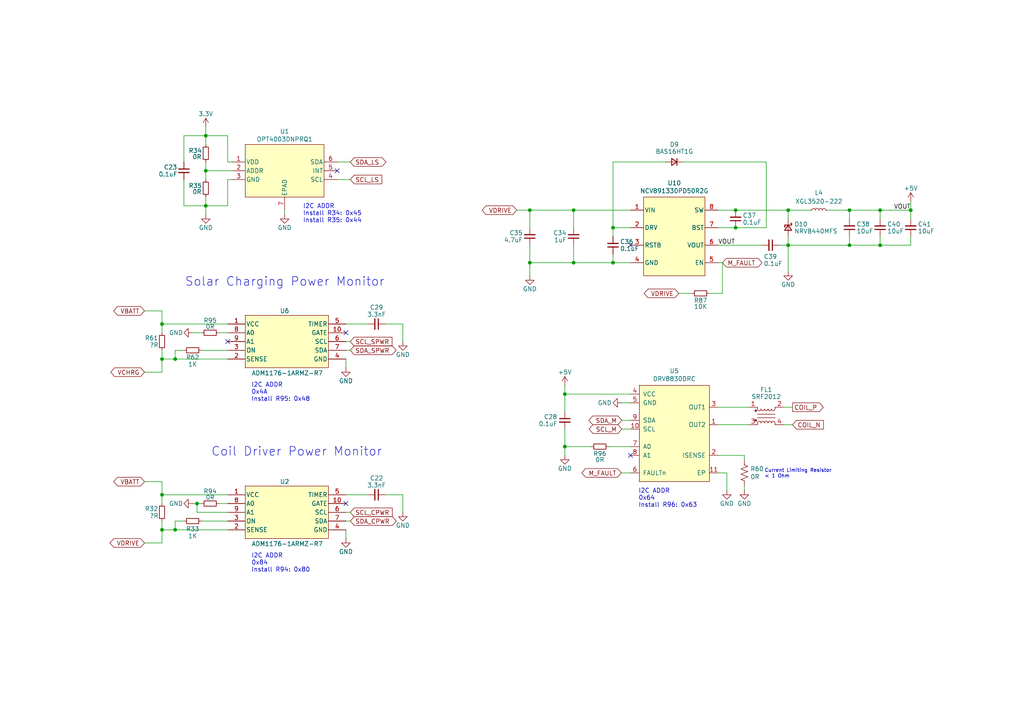
<source format=kicad_sch>
(kicad_sch (version 20231120) (generator "eeschema") (generator_version "8.0")
  (paper "A4")
  (lib_symbols
    (symbol "Device:C_Small" (pin_numbers hide) (pin_names (offset 0.254) hide)
      (property "Reference" "C" (at 0.254 1.778 0))
      (property "Value" "C_Small" (at 0.254 -2.032 0))
      (symbol "C_Small_0_1"
        (polyline (pts (xy -1.524 -0.508) (xy 1.524 -0.508)) (stroke (width 0.3302)))
        (polyline (pts (xy -1.524 0.508) (xy 1.524 0.508)) (stroke (width 0.3048)))
      )
      (symbol "C_Small_1_1"
        (pin passive line (at 0 2.54 270) (length 2.032) (name "~") (number "1"))
        (pin passive line (at 0 -2.54 90) (length 2.032) (name "~") (number "2"))
      )
    )
    (symbol "Device:D_Schottky_Small" (pin_numbers hide) (pin_names (offset 0.254) hide)
      (property "Reference" "D" (at -1.27 2.032 0))
      (property "Value" "D_Schottky_Small" (at -7.112 -2.032 0))
      (symbol "D_Schottky_Small_0_1"
        (polyline (pts (xy -0.762 0) (xy 0.762 0)))
        (polyline (pts (xy 0.762 -1.016) (xy -0.762 0) (xy 0.762 1.016) (xy 0.762 -1.016)) (stroke (width 0.254)))
        (polyline (pts (xy -1.27 0.762) (xy -1.27 1.016) (xy -0.762 1.016) (xy -0.762 -1.016) (xy -0.254 -1.016) (xy -0.254 -0.762)) (stroke (width 0.254)))
      )
      (symbol "D_Schottky_Small_1_1"
        (pin passive line (at -2.54 0 0) (length 1.778) (name "K") (number "1"))
        (pin passive line (at 2.54 0 180) (length 1.778) (name "A") (number "2"))
      )
    )
    (symbol "Device:D_Small" (pin_numbers hide) (pin_names (offset 0.254) hide)
      (property "Reference" "D" (at -1.27 2.032 0))
      (property "Value" "D_Small" (at -3.81 -2.032 0))
      (symbol "D_Small_0_1"
        (polyline (pts (xy -0.762 -1.016) (xy -0.762 1.016)) (stroke (width 0.254)))
        (polyline (pts (xy -0.762 0) (xy 0.762 0)))
        (polyline (pts (xy 0.762 -1.016) (xy -0.762 0) (xy 0.762 1.016) (xy 0.762 -1.016)) (stroke (width 0.254)))
      )
      (symbol "D_Small_1_1"
        (pin passive line (at -2.54 0 0) (length 1.778) (name "K") (number "1"))
        (pin passive line (at 2.54 0 180) (length 1.778) (name "A") (number "2"))
      )
    )
    (symbol "Device:Filter_EMI_CommonMode" (pin_names (offset 0.254) hide)
      (property "Reference" "FL" (at 0 4.445 0))
      (property "Value" "Filter_EMI_CommonMode" (at 0 -4.445 0))
      (symbol "Filter_EMI_CommonMode_0_1"
        (circle (center -3.048 -1.27) (radius 0.254) (fill (type outline)))
        (circle (center -3.048 1.524) (radius 0.254) (fill (type outline)))
        (arc (start -2.54 2.032) (mid -2.032 1.5262) (end -1.524 2.032))
        (arc (start -1.524 -2.032) (mid -2.032 -1.5262) (end -2.54 -2.032))
        (arc (start -1.524 2.032) (mid -1.016 1.5262) (end -0.508 2.032))
        (arc (start -0.508 -2.032) (mid -1.016 -1.5262) (end -1.524 -2.032))
        (arc (start -0.508 2.032) (mid 0 1.5262) (end 0.508 2.032))
        (polyline (pts (xy -2.54 -2.032) (xy -2.54 -2.54)))
        (polyline (pts (xy -2.54 0.508) (xy 2.54 0.508)))
        (polyline (pts (xy -2.54 2.032) (xy -2.54 2.54)))
        (polyline (pts (xy 2.54 -2.032) (xy 2.54 -2.54)))
        (polyline (pts (xy 2.54 -0.508) (xy -2.54 -0.508)))
        (polyline (pts (xy 2.54 2.54) (xy 2.54 2.032)))
        (arc (start 0.508 -2.032) (mid 0 -1.5262) (end -0.508 -2.032))
        (arc (start 0.508 2.032) (mid 1.016 1.5262) (end 1.524 2.032))
        (arc (start 1.524 -2.032) (mid 1.016 -1.5262) (end 0.508 -2.032))
        (arc (start 1.524 2.032) (mid 2.032 1.5262) (end 2.54 2.032))
        (arc (start 2.54 -2.032) (mid 2.032 -1.5262) (end 1.524 -2.032))
      )
      (symbol "Filter_EMI_CommonMode_1_1"
        (pin passive line (at -5.08 2.54 0) (length 2.54) (name "1") (number "1"))
        (pin passive line (at 5.08 2.54 180) (length 2.54) (name "2") (number "2"))
        (pin passive line (at -5.08 -2.54 0) (length 2.54) (name "3") (number "3"))
        (pin passive line (at 5.08 -2.54 180) (length 2.54) (name "4") (number "4"))
      )
    )
    (symbol "Device:L_Small" (pin_numbers hide) (pin_names (offset 0.254) hide)
      (property "Reference" "L" (at 0.762 1.016 0))
      (property "Value" "L_Small" (at 0.762 -1.016 0))
      (symbol "L_Small_0_1"
        (arc (start 0 -2.032) (mid 0.5058 -1.524) (end 0 -1.016))
        (arc (start 0 -1.016) (mid 0.5058 -0.508) (end 0 0))
        (arc (start 0 0) (mid 0.5058 0.508) (end 0 1.016))
        (arc (start 0 1.016) (mid 0.5058 1.524) (end 0 2.032))
      )
      (symbol "L_Small_1_1"
        (pin passive line (at 0 2.54 270) (length 0.508) (name "~") (number "1"))
        (pin passive line (at 0 -2.54 90) (length 0.508) (name "~") (number "2"))
      )
    )
    (symbol "Device:R_Small" (pin_numbers hide) (pin_names (offset 0.254) hide)
      (property "Reference" "R" (at 0.762 0.508 0))
      (property "Value" "R_Small" (at 0.762 -1.016 0))
      (symbol "R_Small_0_1"
        (rectangle (start -0.762 1.778) (end 0.762 -1.778) (stroke (width 0.2032)))
      )
      (symbol "R_Small_1_1"
        (pin passive line (at 0 2.54 270) (length 0.762) (name "~") (number "1"))
        (pin passive line (at 0 -2.54 90) (length 0.762) (name "~") (number "2"))
      )
    )
    (symbol "Device:R_US" (pin_numbers hide) (pin_names (offset 0))
      (property "Reference" "R" (at 2.54 0 90))
      (property "Value" "R_US" (at -2.54 0 90))
      (symbol "R_US_0_1"
        (polyline (pts (xy 0 -2.286) (xy 0 -2.54)))
        (polyline (pts (xy 0 2.286) (xy 0 2.54)))
        (polyline (pts (xy 0 -0.762) (xy 1.016 -1.143) (xy 0 -1.524) (xy -1.016 -1.905) (xy 0 -2.286)))
        (polyline (pts (xy 0 0.762) (xy 1.016 0.381) (xy 0 0) (xy -1.016 -0.381) (xy 0 -0.762)))
        (polyline (pts (xy 0 2.286) (xy 1.016 1.905) (xy 0 1.524) (xy -1.016 1.143) (xy 0 0.762)))
      )
      (symbol "R_US_1_1"
        (pin passive line (at 0 3.81 270) (length 1.27) (name "~") (number "1"))
        (pin passive line (at 0 -3.81 90) (length 1.27) (name "~") (number "2"))
      )
    )
    (symbol "Mainboard:ADM1176-1ARMZ-R7" (pin_names (offset 0.254))
      (property "Reference" "U9" (at 0 8.89 0))
      (property "Value" "ADM1176-1ARMZ-R7" (at 0.762 -9.144 0))
      (symbol "ADM1176-1ARMZ-R7_1_0"
        (pin unspecified line (at -16.51 5.08 0) (length 5.08) (name "VCC") (number "1"))
        (pin unspecified line (at 17.78 2.54 180) (length 5.08) (name "GATE") (number "10"))
        (pin unspecified line (at -16.51 -5.08 0) (length 5.08) (name "SENSE") (number "2"))
        (pin unspecified line (at -16.51 -2.54 0) (length 5.08) (name "ON") (number "3"))
        (pin unspecified line (at 17.78 -5.08 180) (length 5.08) (name "GND") (number "4"))
        (pin unspecified line (at 17.78 5.08 180) (length 5.08) (name "TIMER") (number "5"))
        (pin unspecified line (at 17.78 0 180) (length 5.08) (name "SCL") (number "6"))
        (pin unspecified line (at 17.78 -2.54 180) (length 5.08) (name "SDA") (number "7"))
        (pin unspecified line (at -16.51 2.54 0) (length 5.08) (name "A0") (number "8"))
        (pin unspecified line (at -16.51 0 0) (length 5.08) (name "A1") (number "9"))
      )
      (symbol "ADM1176-1ARMZ-R7_1_1"
        (rectangle (start -11.43 7.62) (end 12.7 -7.62) (fill (type background)))
      )
    )
    (symbol "SolarPanels:NCV891330PD50R2G" (pin_names (offset 0.254))
      (property "Reference" "U" (at 0 16.256 0))
      (property "Value" "NCV891330PD50R2G" (at 0 13.208 0))
      (symbol "NCV891330PD50R2G_1_1"
        (rectangle (start -8.89 11.43) (end 8.89 -11.43) (fill (type background)))
        (pin input line (at -12.7 7.62 0) (length 3.81) (name "VIN") (number "1"))
        (pin output line (at -12.7 2.54 0) (length 3.81) (name "DRV") (number "2"))
        (pin output line (at -12.7 -2.54 0) (length 3.81) (name "RSTB") (number "3"))
        (pin power_in line (at -12.7 -7.62 0) (length 3.81) (name "GND") (number "4"))
        (pin input line (at 12.7 -7.62 180) (length 3.81) (name "EN") (number "5"))
        (pin output line (at 12.7 -2.54 180) (length 3.81) (name "VOUT") (number "6"))
        (pin input line (at 12.7 2.54 180) (length 3.81) (name "BST") (number "7"))
        (pin output line (at 12.7 7.62 180) (length 3.81) (name "SW") (number "8"))
        (pin power_in line (at -12.7 -7.62 0) (length 3.81) hide (name "GND") (number "9"))
      )
    )
    (symbol "SolarPanels:OPT4003DNPRQ1" (pin_names (offset 0.254))
      (property "Reference" "U" (at 0 11.938 0))
      (property "Value" "OPT4003DNPRQ1" (at 0 9.398 0))
      (symbol "OPT4003DNPRQ1_1_1"
        (rectangle (start -11.43 7.62) (end 11.43 -7.62) (fill (type background)))
        (pin input line (at -15.24 2.54 0) (length 3.81) (name "VDD") (number "1"))
        (pin input line (at -15.24 0 0) (length 3.81) (name "ADDR") (number "2"))
        (pin power_in line (at -15.24 -2.54 0) (length 3.81) (name "GND") (number "3"))
        (pin input line (at 15.24 -2.54 180) (length 3.81) (name "SCL") (number "4"))
        (pin bidirectional line (at 15.24 0 180) (length 3.81) (name "INT") (number "5"))
        (pin bidirectional line (at 15.24 2.54 180) (length 3.81) (name "SDA") (number "6"))
        (pin power_out line (at 0 -11.43 90) (length 3.81) (name "EPAD") (number "7"))
      )
    )
    (symbol "mainboard:DRV8830DRC" (pin_names (offset 1.016))
      (property "Reference" "U" (at -8.89 15.24 0))
      (property "Value" "DRV8830DRC" (at -3.81 -15.24 0))
      (symbol "DRV8830DRC_0_1"
        (rectangle (start -10.16 13.97) (end 10.16 -13.97) (fill (type background)))
      )
      (symbol "DRV8830DRC_1_1"
        (pin passive line (at 12.7 2.54 180) (length 2.54) (name "OUT2") (number "1"))
        (pin passive line (at -12.7 1.27 0) (length 2.54) (name "SCL") (number "10"))
        (pin power_in line (at 12.7 -11.43 180) (length 2.54) (name "EP") (number "11"))
        (pin passive line (at 12.7 -6.35 180) (length 2.54) (name "ISENSE") (number "2"))
        (pin passive line (at 12.7 7.62 180) (length 2.54) (name "OUT1") (number "3"))
        (pin power_in line (at -12.7 11.43 0) (length 2.54) (name "VCC") (number "4"))
        (pin power_in line (at -12.7 8.89 0) (length 2.54) (name "GND") (number "5"))
        (pin open_collector line (at -12.7 -11.43 0) (length 2.54) (name "FAULTn") (number "6"))
        (pin passive line (at -12.7 -3.81 0) (length 2.54) (name "A0") (number "7"))
        (pin passive line (at -12.7 -6.35 0) (length 2.54) (name "A1") (number "8"))
        (pin passive line (at -12.7 3.81 0) (length 2.54) (name "SDA") (number "9"))
      )
    )
    (symbol "power:+3.3V" (power) (pin_numbers hide) (pin_names (offset 0) hide)
      (property "Value" "+3.3V" (at 0 3.556 0))
      (symbol "+3.3V_0_1"
        (polyline (pts (xy -0.762 1.27) (xy 0 2.54)))
        (polyline (pts (xy 0 0) (xy 0 2.54)))
        (polyline (pts (xy 0 2.54) (xy 0.762 1.27)))
      )
      (symbol "+3.3V_1_1"
        (pin power_in line (at 0 0 90) (length 0) (name "~") (number "1"))
      )
    )
    (symbol "power:+5V" (power) (pin_numbers hide) (pin_names (offset 0) hide)
      (property "Value" "+5V" (at 0 3.556 0))
      (symbol "+5V_0_1"
        (polyline (pts (xy -0.762 1.27) (xy 0 2.54)))
        (polyline (pts (xy 0 0) (xy 0 2.54)))
        (polyline (pts (xy 0 2.54) (xy 0.762 1.27)))
      )
      (symbol "+5V_1_1"
        (pin power_in line (at 0 0 90) (length 0) (name "~") (number "1"))
      )
    )
    (symbol "power:GND" (power) (pin_numbers hide) (pin_names (offset 0) hide)
      (property "Value" "GND" (at 0 -3.81 0))
      (symbol "GND_0_1"
        (polyline (pts (xy 0 0) (xy 0 -1.27) (xy 1.27 -1.27) (xy 0 -2.54) (xy -1.27 -1.27) (xy 0 -1.27)))
      )
      (symbol "GND_1_1"
        (pin power_in line (at 0 0 270) (length 0) (name "~") (number "1"))
      )
    )
  )
  (junction (at 228.6 60.96))
  (junction (at 57.15 146.05))
  (junction (at 46.99 143.51))
  (junction (at 46.99 153.67))
  (junction (at 163.83 129.54))
  (junction (at 255.27 71.12))
  (junction (at 255.27 60.96))
  (junction (at 177.8 76.2))
  (junction (at 46.99 93.98))
  (junction (at 50.8 104.14))
  (junction (at 213.36 66.04))
  (junction (at 163.83 114.3))
  (junction (at 246.38 60.96))
  (junction (at 246.38 71.12))
  (junction (at 59.69 39.37))
  (junction (at 177.8 66.04))
  (junction (at 59.69 49.53))
  (junction (at 46.99 104.14))
  (junction (at 153.67 60.96))
  (junction (at 50.8 153.67))
  (junction (at 213.36 60.96))
  (junction (at 166.37 60.96))
  (junction (at 166.37 76.2))
  (junction (at 59.69 59.69))
  (junction (at 153.67 76.2))
  (junction (at 264.16 60.96))
  (junction (at 228.6 71.12))
  (no_connect (at 100.33 96.52))
  (no_connect (at 97.79 49.53))
  (no_connect (at 100.33 146.05))
  (no_connect (at 182.88 132.08))
  (no_connect (at 66.04 99.06))
  (no_connect (at 182.88 71.12))
  (wire (pts (xy 208.28 137.16) (xy 210.82 137.16)))
  (wire (pts (xy 177.8 76.2) (xy 166.37 76.2)))
  (wire (pts (xy 66.04 101.6) (xy 58.42 101.6)))
  (wire (pts (xy 166.37 60.96) (xy 153.67 60.96)))
  (wire (pts (xy 66.04 39.37) (xy 59.69 39.37)))
  (wire (pts (xy 59.69 57.15) (xy 59.69 59.69)))
  (wire (pts (xy 53.34 59.69) (xy 59.69 59.69)))
  (wire (pts (xy 227.33 123.19) (xy 229.87 123.19)))
  (wire (pts (xy 57.15 148.59) (xy 66.04 148.59)))
  (wire (pts (xy 153.67 76.2) (xy 153.67 80.01)))
  (wire (pts (xy 166.37 71.12) (xy 166.37 76.2)))
  (wire (pts (xy 177.8 46.99) (xy 193.04 46.99)))
  (wire (pts (xy 100.33 143.51) (xy 106.68 143.51)))
  (wire (pts (xy 208.28 118.11) (xy 217.17 118.11)))
  (wire (pts (xy 163.83 114.3) (xy 163.83 119.38)))
  (wire (pts (xy 163.83 111.76) (xy 163.83 114.3)))
  (wire (pts (xy 255.27 60.96) (xy 246.38 60.96)))
  (wire (pts (xy 55.88 96.52) (xy 58.42 96.52)))
  (wire (pts (xy 213.36 60.96) (xy 228.6 60.96)))
  (wire (pts (xy 59.69 62.23) (xy 59.69 59.69)))
  (wire (pts (xy 222.25 66.04) (xy 213.36 66.04)))
  (wire (pts (xy 177.8 66.04) (xy 177.8 46.99)))
  (wire (pts (xy 246.38 60.96) (xy 246.38 63.5)))
  (wire (pts (xy 228.6 60.96) (xy 228.6 63.5)))
  (wire (pts (xy 264.16 68.58) (xy 264.16 71.12)))
  (wire (pts (xy 46.99 153.67) (xy 50.8 153.67)))
  (wire (pts (xy 59.69 39.37) (xy 59.69 41.91)))
  (wire (pts (xy 264.16 63.5) (xy 264.16 60.96)))
  (wire (pts (xy 182.88 76.2) (xy 177.8 76.2)))
  (wire (pts (xy 209.55 76.2) (xy 208.28 76.2)))
  (wire (pts (xy 116.84 143.51) (xy 116.84 148.59)))
  (wire (pts (xy 228.6 60.96) (xy 234.95 60.96)))
  (wire (pts (xy 208.28 123.19) (xy 217.17 123.19)))
  (wire (pts (xy 57.15 146.05) (xy 57.15 148.59)))
  (wire (pts (xy 50.8 104.14) (xy 66.04 104.14)))
  (wire (pts (xy 163.83 114.3) (xy 182.88 114.3)))
  (wire (pts (xy 46.99 93.98) (xy 46.99 96.52)))
  (wire (pts (xy 50.8 151.13) (xy 50.8 153.67)))
  (wire (pts (xy 228.6 78.74) (xy 228.6 71.12)))
  (wire (pts (xy 215.9 132.08) (xy 215.9 133.35)))
  (wire (pts (xy 208.28 132.08) (xy 215.9 132.08)))
  (wire (pts (xy 53.34 52.07) (xy 53.34 59.69)))
  (wire (pts (xy 153.67 71.12) (xy 153.67 76.2)))
  (wire (pts (xy 41.91 139.7) (xy 46.99 139.7)))
  (wire (pts (xy 50.8 153.67) (xy 66.04 153.67)))
  (wire (pts (xy 255.27 71.12) (xy 246.38 71.12)))
  (wire (pts (xy 205.74 85.09) (xy 209.55 85.09)))
  (wire (pts (xy 209.55 76.2) (xy 209.55 85.09)))
  (wire (pts (xy 182.88 66.04) (xy 177.8 66.04)))
  (wire (pts (xy 153.67 60.96) (xy 153.67 66.04)))
  (wire (pts (xy 46.99 93.98) (xy 46.99 90.17)))
  (wire (pts (xy 116.84 143.51) (xy 111.76 143.51)))
  (wire (pts (xy 100.33 156.21) (xy 100.33 153.67)))
  (wire (pts (xy 163.83 129.54) (xy 163.83 132.08)))
  (wire (pts (xy 246.38 71.12) (xy 228.6 71.12)))
  (wire (pts (xy 66.04 52.07) (xy 67.31 52.07)))
  (wire (pts (xy 46.99 143.51) (xy 66.04 143.51)))
  (wire (pts (xy 255.27 60.96) (xy 264.16 60.96)))
  (wire (pts (xy 59.69 39.37) (xy 53.34 39.37)))
  (wire (pts (xy 100.33 106.68) (xy 100.33 104.14)))
  (wire (pts (xy 46.99 143.51) (xy 46.99 146.05)))
  (wire (pts (xy 46.99 104.14) (xy 46.99 107.95)))
  (wire (pts (xy 182.88 116.84) (xy 180.34 116.84)))
  (wire (pts (xy 97.79 46.99) (xy 101.6 46.99)))
  (wire (pts (xy 180.213 137.16) (xy 182.88 137.16)))
  (wire (pts (xy 46.99 104.14) (xy 50.8 104.14)))
  (wire (pts (xy 53.34 101.6) (xy 50.8 101.6)))
  (wire (pts (xy 63.5 96.52) (xy 66.04 96.52)))
  (wire (pts (xy 101.6 148.59) (xy 100.33 148.59)))
  (wire (pts (xy 59.69 49.53) (xy 59.69 52.07)))
  (wire (pts (xy 255.27 71.12) (xy 264.16 71.12)))
  (wire (pts (xy 101.6 99.06) (xy 100.33 99.06)))
  (wire (pts (xy 41.91 157.48) (xy 46.99 157.48)))
  (wire (pts (xy 82.55 62.23) (xy 82.55 60.96)))
  (wire (pts (xy 46.99 151.13) (xy 46.99 153.67)))
  (wire (pts (xy 55.88 146.05) (xy 57.15 146.05)))
  (wire (pts (xy 53.34 39.37) (xy 53.34 46.99)))
  (wire (pts (xy 198.12 46.99) (xy 222.25 46.99)))
  (wire (pts (xy 176.53 129.54) (xy 182.88 129.54)))
  (wire (pts (xy 50.8 101.6) (xy 50.8 104.14)))
  (wire (pts (xy 246.38 68.58) (xy 246.38 71.12)))
  (wire (pts (xy 41.91 90.17) (xy 46.99 90.17)))
  (wire (pts (xy 97.79 52.07) (xy 101.6 52.07)))
  (wire (pts (xy 227.33 118.11) (xy 229.87 118.11)))
  (wire (pts (xy 46.99 153.67) (xy 46.99 157.48)))
  (wire (pts (xy 66.04 46.99) (xy 66.04 39.37)))
  (wire (pts (xy 215.9 140.97) (xy 215.9 142.24)))
  (wire (pts (xy 163.83 124.46) (xy 163.83 129.54)))
  (wire (pts (xy 41.91 107.95) (xy 46.99 107.95)))
  (wire (pts (xy 46.99 93.98) (xy 66.04 93.98)))
  (wire (pts (xy 240.03 60.96) (xy 246.38 60.96)))
  (wire (pts (xy 196.85 85.09) (xy 200.66 85.09)))
  (wire (pts (xy 149.86 60.96) (xy 153.67 60.96)))
  (wire (pts (xy 46.99 143.51) (xy 46.99 139.7)))
  (wire (pts (xy 166.37 60.96) (xy 166.37 66.04)))
  (wire (pts (xy 66.04 59.69) (xy 59.69 59.69)))
  (wire (pts (xy 67.31 46.99) (xy 66.04 46.99)))
  (wire (pts (xy 59.69 36.83) (xy 59.69 39.37)))
  (wire (pts (xy 116.84 93.98) (xy 116.84 99.06)))
  (wire (pts (xy 226.06 71.12) (xy 228.6 71.12)))
  (wire (pts (xy 58.42 151.13) (xy 66.04 151.13)))
  (wire (pts (xy 182.88 60.96) (xy 166.37 60.96)))
  (wire (pts (xy 182.88 121.92) (xy 180.34 121.92)))
  (wire (pts (xy 182.88 124.46) (xy 180.34 124.46)))
  (wire (pts (xy 264.16 58.42) (xy 264.16 60.96)))
  (wire (pts (xy 222.25 46.99) (xy 222.25 66.04)))
  (wire (pts (xy 255.27 68.58) (xy 255.27 71.12)))
  (wire (pts (xy 63.5 146.05) (xy 66.04 146.05)))
  (wire (pts (xy 163.83 129.54) (xy 171.45 129.54)))
  (wire (pts (xy 100.33 93.98) (xy 106.68 93.98)))
  (wire (pts (xy 213.36 66.04) (xy 208.28 66.04)))
  (wire (pts (xy 228.6 71.12) (xy 228.6 68.58)))
  (wire (pts (xy 59.69 49.53) (xy 67.31 49.53)))
  (wire (pts (xy 210.82 137.16) (xy 210.82 142.24)))
  (wire (pts (xy 53.34 151.13) (xy 50.8 151.13)))
  (wire (pts (xy 46.99 101.6) (xy 46.99 104.14)))
  (wire (pts (xy 166.37 76.2) (xy 153.67 76.2)))
  (wire (pts (xy 177.8 73.66) (xy 177.8 76.2)))
  (wire (pts (xy 255.27 60.96) (xy 255.27 63.5)))
  (wire (pts (xy 208.28 60.96) (xy 213.36 60.96)))
  (wire (pts (xy 116.84 93.98) (xy 111.76 93.98)))
  (wire (pts (xy 177.8 66.04) (xy 177.8 68.58)))
  (wire (pts (xy 208.28 71.12) (xy 220.98 71.12)))
  (wire (pts (xy 101.6 101.6) (xy 100.33 101.6)))
  (wire (pts (xy 59.69 49.53) (xy 59.69 46.99)))
  (wire (pts (xy 58.42 146.05) (xy 57.15 146.05)))
  (wire (pts (xy 101.6 151.13) (xy 100.33 151.13)))
  (wire (pts (xy 66.04 52.07) (xy 66.04 59.69)))
  (text "Solar Charging Power Monitor" (at 53.594 83.312 0) (effects (font (size 2.54 2.54)) (justify left bottom)))
  (text "I2C ADDR\nInstall R34: 0x45\nInstall R35: 0x44" (at 87.884 64.77 0) (effects (font (size 1.27 1.27)) (justify left bottom)))
  (text "Coil Driver Power Monitor" (at 61.214 132.588 0) (effects (font (size 2.54 2.54)) (justify left bottom)))
  (text "Current Limiting Resistor\n< 1 Ohm" (at 221.742 138.811 0) (effects (font (size 1.016 1.016)) (justify left bottom)))
  (text "I2C ADDR\n0x4A\nInstall R95: 0x48" (at 72.898 116.586 0) (effects (font (size 1.27 1.27)) (justify left bottom)))
  (text "I2C ADDR\n0x84\nInstall R94: 0x80" (at 72.898 166.116 0) (effects (font (size 1.27 1.27)) (justify left bottom)))
  (text "I2C ADDR\n0x64\nInstall R96: 0x63" (at 185.166 147.32 0) (effects (font (size 1.27 1.27)) (justify left bottom)))
  (label "VOUT" (at 208.28 71.12 0))
  (label "VOUT" (at 264.16 60.96 180))
  (global_label "SDA_CPWR" (shape bidirectional) (at 101.6 151.13 0) (property "Intersheetrefs" "${INTERSHEET_REFS}" (effects (hide yes))))
  (global_label "SDA_LS" (shape bidirectional) (at 101.6 46.99 0) (property "Intersheetrefs" "${INTERSHEET_REFS}" (effects (hide yes))))
  (global_label "SCL_M" (shape bidirectional) (at 180.34 124.46 180) (property "Intersheetrefs" "${INTERSHEET_REFS}" (effects (hide yes))))
  (global_label "VBATT" (shape bidirectional) (at 41.91 90.17 180) (property "Intersheetrefs" "${INTERSHEET_REFS}" (effects (hide yes))))
  (global_label "SCL_SPWR" (shape input) (at 101.6 99.06 0) (property "Intersheetrefs" "${INTERSHEET_REFS}" (effects (hide yes))))
  (global_label "M_FAULT" (shape bidirectional) (at 180.213 137.16 180) (property "Intersheetrefs" "${INTERSHEET_REFS}" (effects (hide yes))))
  (global_label "SCL_LS" (shape input) (at 101.6 52.07 0) (property "Intersheetrefs" "${INTERSHEET_REFS}" (effects (hide yes))))
  (global_label "VDRIVE" (shape bidirectional) (at 149.86 60.96 180) (property "Intersheetrefs" "${INTERSHEET_REFS}" (effects (hide yes))))
  (global_label "COIL_N" (shape input) (at 229.87 123.19 0) (property "Intersheetrefs" "${INTERSHEET_REFS}" (effects (hide yes))))
  (global_label "VCHRG" (shape bidirectional) (at 41.91 107.95 180) (property "Intersheetrefs" "${INTERSHEET_REFS}" (effects (hide yes))))
  (global_label "SDA_SPWR" (shape bidirectional) (at 101.6 101.6 0) (property "Intersheetrefs" "${INTERSHEET_REFS}" (effects (hide yes))))
  (global_label "SCL_CPWR" (shape input) (at 101.6 148.59 0) (property "Intersheetrefs" "${INTERSHEET_REFS}" (effects (hide yes))))
  (global_label "VDRIVE" (shape bidirectional) (at 196.85 85.09 180) (property "Intersheetrefs" "${INTERSHEET_REFS}" (effects (hide yes))))
  (global_label "SDA_M" (shape bidirectional) (at 180.34 121.92 180) (property "Intersheetrefs" "${INTERSHEET_REFS}" (effects (hide yes))))
  (global_label "VBATT" (shape bidirectional) (at 41.91 139.7 180) (property "Intersheetrefs" "${INTERSHEET_REFS}" (effects (hide yes))))
  (global_label "VDRIVE" (shape bidirectional) (at 41.91 157.48 180) (property "Intersheetrefs" "${INTERSHEET_REFS}" (effects (hide yes))))
  (global_label "M_FAULT" (shape bidirectional) (at 209.55 76.2 0) (property "Intersheetrefs" "${INTERSHEET_REFS}" (effects (hide yes))))
  (global_label "COIL_P" (shape output) (at 229.87 118.11 0) (property "Intersheetrefs" "${INTERSHEET_REFS}" (effects (hide yes))))
  (symbol (lib_id "Device:Filter_EMI_CommonMode") (at 222.25 120.65 0) (unit 1)
    (property "Reference" "FL1" (at 222.25 113.03 0))
    (property "Value" "SRF2012" (at 222.25 115.062 0))
    (property "Footprint" "SolarPanels:SRF2012" (effects (hide yes)))
  )
  (symbol (lib_id "power:GND") (at 55.88 96.52 270) (unit 1)
    (property "Reference" "#PWR059" (effects (hide yes)))
    (property "Value" "GND" (at 51.054 96.52 90))
    (property "Description" "Power symbol creates a global label with name \"GND\" , ground" (effects (hide yes)))
  )
  (symbol (lib_id "Device:C_Small") (at 264.16 66.04 0) (mirror x) (unit 1)
    (property "Reference" "C41" (at 266.192 65.024 0) (effects (justify left)))
    (property "Value" "10uF" (at 266.192 67.056 0) (effects (justify left)))
    (property "Footprint" "Capacitor_SMD:C_1206_3216Metric" (effects (hide yes)))
    (property "Description" "Unpolarized capacitor, small symbol" (effects (hide yes)))
  )
  (symbol (lib_id "SolarPanels:OPT4003DNPRQ1") (at 82.55 49.53 0) (unit 1)
    (property "Reference" "U1" (at 82.55 38.1 0))
    (property "Value" "OPT4003DNPRQ1" (at 82.55 40.386 0))
    (property "Footprint" "SolarPanels:OPT4003" (effects (hide yes)))
    (property "Datasheet" "OPT4003DNPRQ1" (effects (hide yes)))
  )
  (symbol (lib_id "power:GND") (at 59.69 62.23 0) (unit 1)
    (property "Reference" "#PWR016" (effects (hide yes)))
    (property "Value" "GND" (at 59.69 66.04 0))
    (property "Description" "Power symbol creates a global label with name \"GND\" , ground" (effects (hide yes)))
  )
  (symbol (lib_id "power:GND") (at 153.67 80.01 0) (unit 1)
    (property "Reference" "#PWR051" (effects (hide yes)))
    (property "Value" "GND" (at 153.67 83.82 0))
  )
  (symbol (lib_id "power:+5V") (at 163.83 111.76 0) (unit 1)
    (property "Reference" "#PWR050" (effects (hide yes)))
    (property "Value" "+5V" (at 163.83 107.95 0))
    (property "Description" "Power symbol creates a global label with name \"+5V\"" (effects (hide yes)))
  )
  (symbol (lib_id "power:GND") (at 55.88 146.05 270) (unit 1)
    (property "Reference" "#PWR058" (effects (hide yes)))
    (property "Value" "GND" (at 51.054 146.05 90))
    (property "Description" "Power symbol creates a global label with name \"GND\" , ground" (effects (hide yes)))
  )
  (symbol (lib_id "Device:C_Small") (at 109.22 143.51 270) (unit 1)
    (property "Reference" "C22" (at 109.22 138.684 90))
    (property "Value" "3.3nF" (at 109.22 140.7414 90))
    (property "Footprint" "Capacitor_SMD:C_0603_1608Metric" (effects (hide yes)))
    (property "Description" "3.3nF +-10% 100V X7R 0603" (effects (hide yes)))
  )
  (symbol (lib_id "Device:R_Small") (at 46.99 99.06 0) (mirror x) (unit 1)
    (property "Reference" "R61" (at 43.942 98.044 0))
    (property "Value" "?R" (at 44.704 100.076 0))
    (property "Footprint" "Resistor_SMD:R_2512_6332Metric" (effects (hide yes)))
    (property "Description" "Resistor, small symbol" (effects (hide yes)))
  )
  (symbol (lib_id "Device:R_Small") (at 46.99 148.59 0) (mirror x) (unit 1)
    (property "Reference" "R32" (at 43.942 147.574 0))
    (property "Value" "?R" (at 44.704 149.606 0))
    (property "Footprint" "Resistor_SMD:R_2512_6332Metric" (effects (hide yes)))
    (property "Description" "Resistor, small symbol" (effects (hide yes)))
  )
  (symbol (lib_id "power:GND") (at 116.84 99.06 0) (unit 1)
    (property "Reference" "#PWR034" (effects (hide yes)))
    (property "Value" "GND" (at 116.84 102.87 0))
    (property "Description" "Power symbol creates a global label with name \"GND\" , ground" (effects (hide yes)))
  )
  (symbol (lib_id "power:GND") (at 228.6 78.74 0) (unit 1)
    (property "Reference" "#PWR052" (effects (hide yes)))
    (property "Value" "GND" (at 228.6 82.55 0))
  )
  (symbol (lib_id "power:GND") (at 215.9 142.24 0) (unit 1)
    (property "Reference" "#PWR033" (effects (hide yes)))
    (property "Value" "GND" (at 215.9 146.05 0))
  )
  (symbol (lib_id "mainboard:DRV8830DRC") (at 195.58 125.73 0) (unit 1)
    (property "Reference" "U5" (at 195.58 107.569 0))
    (property "Value" "DRV8830DRC" (at 195.58 109.8804 0))
    (property "Footprint" "Package_SON:VSON-10-1EP_3x3mm_P0.5mm_EP1.65x2.4mm" (effects (hide yes)))
  )
  (symbol (lib_id "Device:C_Small") (at 109.22 93.98 270) (unit 1)
    (property "Reference" "C29" (at 109.22 89.154 90))
    (property "Value" "3.3nF" (at 109.22 91.2114 90))
    (property "Footprint" "Capacitor_SMD:C_0603_1608Metric" (effects (hide yes)))
    (property "Description" "3.3nF +-10% 100V X7R 0603" (effects (hide yes)))
  )
  (symbol (lib_id "power:+5V") (at 264.16 58.42 0) (unit 1)
    (property "Reference" "#PWR053" (effects (hide yes)))
    (property "Value" "+5V" (at 264.16 54.61 0))
    (property "Description" "Power symbol creates a global label with name \"+5V\"" (effects (hide yes)))
  )
  (symbol (lib_id "Device:R_Small") (at 60.96 96.52 90) (mirror x) (unit 1)
    (property "Reference" "R95" (at 60.96 92.964 90))
    (property "Value" "0R" (at 60.96 94.742 90))
    (property "Footprint" "Resistor_SMD:R_0603_1608Metric" (effects (hide yes)))
    (property "Description" "Resistor, small symbol" (effects (hide yes)))
  )
  (symbol (lib_id "Device:C_Small") (at 153.67 68.58 180) (unit 1)
    (property "Reference" "C35" (at 151.638 67.564 0) (effects (justify left)))
    (property "Value" "4.7uF" (at 151.638 69.596 0) (effects (justify left)))
    (property "Footprint" "Capacitor_SMD:C_1210_3225Metric" (effects (hide yes)))
    (property "Description" "Unpolarized capacitor, small symbol" (effects (hide yes)))
  )
  (symbol (lib_id "power:GND") (at 100.33 106.68 0) (unit 1)
    (property "Reference" "#PWR030" (effects (hide yes)))
    (property "Value" "GND" (at 100.33 110.49 0))
    (property "Description" "Power symbol creates a global label with name \"GND\" , ground" (effects (hide yes)))
  )
  (symbol (lib_id "Device:D_Schottky_Small") (at 228.6 66.04 270) (unit 1)
    (property "Reference" "D10" (at 230.378 65.024 90) (effects (justify left)))
    (property "Value" "NRVB440MFS" (at 230.378 67.056 90) (effects (justify left)))
    (property "Footprint" "SolarPanels:NRVB440MFSWFT1G" (effects (hide yes)))
    (property "Description" "Schottky diode, small symbol" (effects (hide yes)))
  )
  (symbol (lib_id "Device:R_Small") (at 55.88 151.13 90) (mirror x) (unit 1)
    (property "Reference" "R33" (at 55.88 153.416 90))
    (property "Value" "1K" (at 55.88 155.448 90))
    (property "Footprint" "Resistor_SMD:R_0603_1608Metric" (effects (hide yes)))
    (property "Description" "Resistor, small symbol" (effects (hide yes)))
  )
  (symbol (lib_id "Device:C_Small") (at 246.38 66.04 0) (mirror x) (unit 1)
    (property "Reference" "C38" (at 248.412 65.024 0) (effects (justify left)))
    (property "Value" "10uF" (at 248.412 67.056 0) (effects (justify left)))
    (property "Footprint" "Capacitor_SMD:C_1206_3216Metric" (effects (hide yes)))
    (property "Description" "Unpolarized capacitor, small symbol" (effects (hide yes)))
  )
  (symbol (lib_id "Device:R_Small") (at 55.88 101.6 90) (mirror x) (unit 1)
    (property "Reference" "R62" (at 55.88 103.632 90))
    (property "Value" "1K" (at 55.88 105.664 90))
    (property "Footprint" "Resistor_SMD:R_0603_1608Metric" (effects (hide yes)))
    (property "Description" "Resistor, small symbol" (effects (hide yes)))
  )
  (symbol (lib_id "Device:C_Small") (at 163.83 121.92 0) (unit 1)
    (property "Reference" "C28" (at 157.734 120.904 0) (effects (justify left)))
    (property "Value" "0.1uF" (at 156.21 122.936 0) (effects (justify left)))
    (property "Footprint" "Capacitor_SMD:C_0805_2012Metric" (effects (hide yes)))
  )
  (symbol (lib_id "Device:L_Small") (at 237.49 60.96 90) (unit 1)
    (property "Reference" "L4" (at 237.49 55.88 90))
    (property "Value" "XGL3520-222" (at 237.49 58.42 90))
    (property "Footprint" "SolarPanels:XGL3520" (effects (hide yes)))
    (property "Description" "Inductor, small symbol" (effects (hide yes)))
  )
  (symbol (lib_id "SolarPanels:NCV891330PD50R2G") (at 195.58 68.58 0) (unit 1)
    (property "Reference" "U10" (at 195.58 53.086 0))
    (property "Value" "NCV891330PD50R2G" (at 195.58 55.372 0))
    (property "Footprint" "Package_SO:SOIC-8-1EP_3.9x4.9mm_P1.27mm_EP2.514x3.2mm" (effects (hide yes)))
  )
  (symbol (lib_id "Mainboard:ADM1176-1ARMZ-R7") (at 82.55 99.06 0) (unit 1)
    (property "Reference" "U6" (at 82.55 90.17 0))
    (property "Value" "ADM1176-1ARMZ-R7" (at 83.312 108.204 0))
    (property "Footprint" "Package_SO:MSOP-10_3x3mm_P0.5mm" (effects (hide yes)))
    (property "Flight" "ADM1176-1ARMZ-R7" (effects (hide yes)))
    (property "Manufacturer_Name" "Analog Devices Inc." (effects (hide yes)))
    (property "Manufacturer_Part_Number" "ADM1176-1ARMZ-R7" (effects (hide yes)))
    (property "Proto" "ADM1176-1ARMZ-R7" (effects (hide yes)))
  )
  (symbol (lib_id "Mainboard:ADM1176-1ARMZ-R7") (at 82.55 148.59 0) (unit 1)
    (property "Reference" "U2" (at 82.55 139.7 0))
    (property "Value" "ADM1176-1ARMZ-R7" (at 83.312 157.734 0))
    (property "Footprint" "Package_SO:MSOP-10_3x3mm_P0.5mm" (effects (hide yes)))
    (property "Flight" "ADM1176-1ARMZ-R7" (effects (hide yes)))
    (property "Manufacturer_Name" "Analog Devices Inc." (effects (hide yes)))
    (property "Manufacturer_Part_Number" "ADM1176-1ARMZ-R7" (effects (hide yes)))
    (property "Proto" "ADM1176-1ARMZ-R7" (effects (hide yes)))
  )
  (symbol (lib_id "Device:C_Small") (at 177.8 71.12 0) (mirror x) (unit 1)
    (property "Reference" "C36" (at 179.832 70.104 0) (effects (justify left)))
    (property "Value" "0.1uF" (at 179.832 72.136 0) (effects (justify left)))
    (property "Footprint" "Capacitor_SMD:C_0603_1608Metric" (effects (hide yes)))
    (property "Description" "Unpolarized capacitor, small symbol" (effects (hide yes)))
  )
  (symbol (lib_id "Device:R_Small") (at 203.2 85.09 270) (mirror x) (unit 1)
    (property "Reference" "R87" (at 203.2 87.122 90))
    (property "Value" "10K" (at 203.2 88.9 90))
    (property "Footprint" "Resistor_SMD:R_0603_1608Metric" (effects (hide yes)))
    (property "Description" "Resistor, small symbol" (effects (hide yes)))
  )
  (symbol (lib_id "Device:R_Small") (at 173.99 129.54 90) (mirror x) (unit 1)
    (property "Reference" "R96" (at 173.99 131.572 90))
    (property "Value" "0R" (at 173.99 133.35 90))
    (property "Footprint" "Resistor_SMD:R_0603_1608Metric" (effects (hide yes)))
    (property "Description" "Resistor, small symbol" (effects (hide yes)))
  )
  (symbol (lib_id "power:GND") (at 82.55 62.23 0) (unit 1)
    (property "Reference" "#PWR01" (effects (hide yes)))
    (property "Value" "GND" (at 82.55 66.04 0))
    (property "Description" "Power symbol creates a global label with name \"GND\" , ground" (effects (hide yes)))
  )
  (symbol (lib_id "Device:R_Small") (at 59.69 44.45 0) (mirror x) (unit 1)
    (property "Reference" "R34" (at 56.642 43.688 0))
    (property "Value" "0R" (at 57.15 45.466 0))
    (property "Footprint" "Resistor_SMD:R_0402_1005Metric" (effects (hide yes)))
    (property "Description" "Resistor, small symbol" (effects (hide yes)))
  )
  (symbol (lib_id "power:GND") (at 163.83 132.08 0) (unit 1)
    (property "Reference" "#PWR029" (effects (hide yes)))
    (property "Value" "GND" (at 163.83 135.89 0))
  )
  (symbol (lib_id "power:GND") (at 116.84 148.59 0) (unit 1)
    (property "Reference" "#PWR015" (effects (hide yes)))
    (property "Value" "GND" (at 116.84 152.4 0))
    (property "Description" "Power symbol creates a global label with name \"GND\" , ground" (effects (hide yes)))
  )
  (symbol (lib_id "Device:C_Small") (at 223.52 71.12 270) (unit 1)
    (property "Reference" "C39" (at 221.488 74.422 90) (effects (justify left)))
    (property "Value" "0.1uF" (at 221.488 76.454 90) (effects (justify left)))
    (property "Footprint" "Capacitor_SMD:C_0603_1608Metric" (effects (hide yes)))
    (property "Description" "Unpolarized capacitor, small symbol" (effects (hide yes)))
  )
  (symbol (lib_id "Device:R_US") (at 215.9 137.16 180) (unit 1)
    (property "Reference" "R60" (at 217.6272 135.9916 0) (effects (justify right)))
    (property "Value" "0R" (at 217.6272 138.303 0) (effects (justify right)))
    (property "Footprint" "Resistor_SMD:R_0603_1608Metric" (effects (hide yes)))
  )
  (symbol (lib_id "Device:C_Small") (at 53.34 49.53 0) (unit 1)
    (property "Reference" "C23" (at 47.498 48.514 0) (effects (justify left)))
    (property "Value" "0.1uF" (at 45.974 50.546 0) (effects (justify left)))
    (property "Footprint" "Capacitor_SMD:C_0402_1005Metric" (effects (hide yes)))
    (property "Description" "Unpolarized capacitor, small symbol" (effects (hide yes)))
  )
  (symbol (lib_id "Device:C_Small") (at 255.27 66.04 0) (mirror x) (unit 1)
    (property "Reference" "C40" (at 257.302 65.024 0) (effects (justify left)))
    (property "Value" "10uF" (at 257.302 67.056 0) (effects (justify left)))
    (property "Footprint" "Capacitor_SMD:C_1206_3216Metric" (effects (hide yes)))
    (property "Description" "Unpolarized capacitor, small symbol" (effects (hide yes)))
  )
  (symbol (lib_id "power:+3.3V") (at 59.69 36.83 0) (unit 1)
    (property "Reference" "#PWR013" (effects (hide yes)))
    (property "Value" "3.3V" (at 59.69 33.02 0))
    (property "Description" "Power symbol creates a global label with name \"+3.3V\"" (effects (hide yes)))
  )
  (symbol (lib_id "Device:R_Small") (at 60.96 146.05 90) (mirror x) (unit 1)
    (property "Reference" "R94" (at 60.96 142.494 90))
    (property "Value" "0R" (at 60.96 144.272 90))
    (property "Footprint" "Resistor_SMD:R_0603_1608Metric" (effects (hide yes)))
    (property "Description" "Resistor, small symbol" (effects (hide yes)))
  )
  (symbol (lib_id "Device:C_Small") (at 213.36 63.5 0) (mirror x) (unit 1)
    (property "Reference" "C37" (at 215.392 62.484 0) (effects (justify left)))
    (property "Value" "0.1uF" (at 215.392 64.516 0) (effects (justify left)))
    (property "Footprint" "Capacitor_SMD:C_0603_1608Metric" (effects (hide yes)))
    (property "Description" "Unpolarized capacitor, small symbol" (effects (hide yes)))
  )
  (symbol (lib_id "Device:C_Small") (at 166.37 68.58 180) (unit 1)
    (property "Reference" "C34" (at 164.338 67.564 0) (effects (justify left)))
    (property "Value" "1uF" (at 164.338 69.596 0) (effects (justify left)))
    (property "Footprint" "Capacitor_SMD:C_0805_2012Metric" (effects (hide yes)))
    (property "Description" "Unpolarized capacitor, small symbol" (effects (hide yes)))
  )
  (symbol (lib_id "Device:R_Small") (at 59.69 54.61 0) (mirror x) (unit 1)
    (property "Reference" "R35" (at 56.642 53.848 0))
    (property "Value" "0R" (at 57.15 55.626 0))
    (property "Footprint" "Resistor_SMD:R_0402_1005Metric" (effects (hide yes)))
    (property "Description" "Resistor, small symbol" (effects (hide yes)))
  )
  (symbol (lib_id "power:GND") (at 180.34 116.84 270) (unit 1)
    (property "Reference" "#PWR031" (effects (hide yes)))
    (property "Value" "GND" (at 175.387 116.84 90))
  )
  (symbol (lib_id "Device:D_Small") (at 195.58 46.99 180) (unit 1)
    (property "Reference" "D9" (at 195.58 41.91 0))
    (property "Value" "BAS16HT1G" (at 195.58 43.942 0))
    (property "Footprint" "Diode_SMD:D_SOD-323" (effects (hide yes)))
    (property "Description" "Diode, small symbol" (effects (hide yes)))
    (property "Sim.Device" "D" (effects (hide yes)))
    (property "Sim.Pins" "1=K 2=A" (effects (hide yes)))
  )
  (symbol (lib_id "power:GND") (at 210.82 142.24 0) (unit 1)
    (property "Reference" "#PWR032" (effects (hide yes)))
    (property "Value" "GND" (at 210.82 146.05 0))
  )
  (symbol (lib_id "power:GND") (at 100.33 156.21 0) (unit 1)
    (property "Reference" "#PWR014" (effects (hide yes)))
    (property "Value" "GND" (at 100.33 160.02 0))
    (property "Description" "Power symbol creates a global label with name \"GND\" , ground" (effects (hide yes)))
  )
)
</source>
